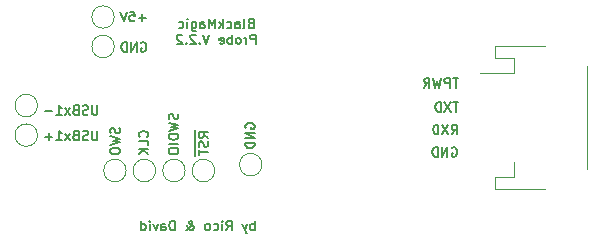
<source format=gbr>
%TF.GenerationSoftware,KiCad,Pcbnew,(5.1.6-rc1)*%
%TF.CreationDate,2020-08-04T22:03:53+02:00*%
%TF.ProjectId,bmp22,626d7032-322e-46b6-9963-61645f706362,rev?*%
%TF.SameCoordinates,Original*%
%TF.FileFunction,Legend,Bot*%
%TF.FilePolarity,Positive*%
%FSLAX46Y46*%
G04 Gerber Fmt 4.6, Leading zero omitted, Abs format (unit mm)*
G04 Created by KiCad (PCBNEW (5.1.6-rc1)) date 2020-08-04 22:03:53*
%MOMM*%
%LPD*%
G01*
G04 APERTURE LIST*
%ADD10C,0.150000*%
%ADD11C,0.120000*%
G04 APERTURE END LIST*
D10*
X141325000Y-139553904D02*
X141325000Y-138753904D01*
X141325000Y-139058666D02*
X141248809Y-139020571D01*
X141096428Y-139020571D01*
X141020238Y-139058666D01*
X140982142Y-139096761D01*
X140944047Y-139172952D01*
X140944047Y-139401523D01*
X140982142Y-139477714D01*
X141020238Y-139515809D01*
X141096428Y-139553904D01*
X141248809Y-139553904D01*
X141325000Y-139515809D01*
X140677380Y-139020571D02*
X140486904Y-139553904D01*
X140296428Y-139020571D02*
X140486904Y-139553904D01*
X140563095Y-139744380D01*
X140601190Y-139782476D01*
X140677380Y-139820571D01*
X138925000Y-139553904D02*
X139191666Y-139172952D01*
X139382142Y-139553904D02*
X139382142Y-138753904D01*
X139077380Y-138753904D01*
X139001190Y-138792000D01*
X138963095Y-138830095D01*
X138925000Y-138906285D01*
X138925000Y-139020571D01*
X138963095Y-139096761D01*
X139001190Y-139134857D01*
X139077380Y-139172952D01*
X139382142Y-139172952D01*
X138582142Y-139553904D02*
X138582142Y-139020571D01*
X138582142Y-138753904D02*
X138620238Y-138792000D01*
X138582142Y-138830095D01*
X138544047Y-138792000D01*
X138582142Y-138753904D01*
X138582142Y-138830095D01*
X137858333Y-139515809D02*
X137934523Y-139553904D01*
X138086904Y-139553904D01*
X138163095Y-139515809D01*
X138201190Y-139477714D01*
X138239285Y-139401523D01*
X138239285Y-139172952D01*
X138201190Y-139096761D01*
X138163095Y-139058666D01*
X138086904Y-139020571D01*
X137934523Y-139020571D01*
X137858333Y-139058666D01*
X137401190Y-139553904D02*
X137477380Y-139515809D01*
X137515476Y-139477714D01*
X137553571Y-139401523D01*
X137553571Y-139172952D01*
X137515476Y-139096761D01*
X137477380Y-139058666D01*
X137401190Y-139020571D01*
X137286904Y-139020571D01*
X137210714Y-139058666D01*
X137172619Y-139096761D01*
X137134523Y-139172952D01*
X137134523Y-139401523D01*
X137172619Y-139477714D01*
X137210714Y-139515809D01*
X137286904Y-139553904D01*
X137401190Y-139553904D01*
X135534523Y-139553904D02*
X135572619Y-139553904D01*
X135648809Y-139515809D01*
X135763095Y-139401523D01*
X135953571Y-139172952D01*
X136029761Y-139058666D01*
X136067857Y-138944380D01*
X136067857Y-138868190D01*
X136029761Y-138792000D01*
X135953571Y-138753904D01*
X135915476Y-138753904D01*
X135839285Y-138792000D01*
X135801190Y-138868190D01*
X135801190Y-138906285D01*
X135839285Y-138982476D01*
X135877380Y-139020571D01*
X136105952Y-139172952D01*
X136144047Y-139211047D01*
X136182142Y-139287238D01*
X136182142Y-139401523D01*
X136144047Y-139477714D01*
X136105952Y-139515809D01*
X136029761Y-139553904D01*
X135915476Y-139553904D01*
X135839285Y-139515809D01*
X135801190Y-139477714D01*
X135686904Y-139325333D01*
X135648809Y-139211047D01*
X135648809Y-139134857D01*
X134582142Y-139553904D02*
X134582142Y-138753904D01*
X134391666Y-138753904D01*
X134277380Y-138792000D01*
X134201190Y-138868190D01*
X134163095Y-138944380D01*
X134125000Y-139096761D01*
X134125000Y-139211047D01*
X134163095Y-139363428D01*
X134201190Y-139439619D01*
X134277380Y-139515809D01*
X134391666Y-139553904D01*
X134582142Y-139553904D01*
X133439285Y-139553904D02*
X133439285Y-139134857D01*
X133477380Y-139058666D01*
X133553571Y-139020571D01*
X133705952Y-139020571D01*
X133782142Y-139058666D01*
X133439285Y-139515809D02*
X133515476Y-139553904D01*
X133705952Y-139553904D01*
X133782142Y-139515809D01*
X133820238Y-139439619D01*
X133820238Y-139363428D01*
X133782142Y-139287238D01*
X133705952Y-139249142D01*
X133515476Y-139249142D01*
X133439285Y-139211047D01*
X133134523Y-139020571D02*
X132944047Y-139553904D01*
X132753571Y-139020571D01*
X132448809Y-139553904D02*
X132448809Y-139020571D01*
X132448809Y-138753904D02*
X132486904Y-138792000D01*
X132448809Y-138830095D01*
X132410714Y-138792000D01*
X132448809Y-138753904D01*
X132448809Y-138830095D01*
X131725000Y-139553904D02*
X131725000Y-138753904D01*
X131725000Y-139515809D02*
X131801190Y-139553904D01*
X131953571Y-139553904D01*
X132029761Y-139515809D01*
X132067857Y-139477714D01*
X132105952Y-139401523D01*
X132105952Y-139172952D01*
X132067857Y-139096761D01*
X132029761Y-139058666D01*
X131953571Y-139020571D01*
X131801190Y-139020571D01*
X131725000Y-139058666D01*
X141007738Y-122013357D02*
X140893452Y-122051452D01*
X140855357Y-122089547D01*
X140817261Y-122165738D01*
X140817261Y-122280023D01*
X140855357Y-122356214D01*
X140893452Y-122394309D01*
X140969642Y-122432404D01*
X141274404Y-122432404D01*
X141274404Y-121632404D01*
X141007738Y-121632404D01*
X140931547Y-121670500D01*
X140893452Y-121708595D01*
X140855357Y-121784785D01*
X140855357Y-121860976D01*
X140893452Y-121937166D01*
X140931547Y-121975261D01*
X141007738Y-122013357D01*
X141274404Y-122013357D01*
X140360119Y-122432404D02*
X140436309Y-122394309D01*
X140474404Y-122318119D01*
X140474404Y-121632404D01*
X139712500Y-122432404D02*
X139712500Y-122013357D01*
X139750595Y-121937166D01*
X139826785Y-121899071D01*
X139979166Y-121899071D01*
X140055357Y-121937166D01*
X139712500Y-122394309D02*
X139788690Y-122432404D01*
X139979166Y-122432404D01*
X140055357Y-122394309D01*
X140093452Y-122318119D01*
X140093452Y-122241928D01*
X140055357Y-122165738D01*
X139979166Y-122127642D01*
X139788690Y-122127642D01*
X139712500Y-122089547D01*
X138988690Y-122394309D02*
X139064880Y-122432404D01*
X139217261Y-122432404D01*
X139293452Y-122394309D01*
X139331547Y-122356214D01*
X139369642Y-122280023D01*
X139369642Y-122051452D01*
X139331547Y-121975261D01*
X139293452Y-121937166D01*
X139217261Y-121899071D01*
X139064880Y-121899071D01*
X138988690Y-121937166D01*
X138645833Y-122432404D02*
X138645833Y-121632404D01*
X138569642Y-122127642D02*
X138341071Y-122432404D01*
X138341071Y-121899071D02*
X138645833Y-122203833D01*
X137998214Y-122432404D02*
X137998214Y-121632404D01*
X137731547Y-122203833D01*
X137464880Y-121632404D01*
X137464880Y-122432404D01*
X136741071Y-122432404D02*
X136741071Y-122013357D01*
X136779166Y-121937166D01*
X136855357Y-121899071D01*
X137007738Y-121899071D01*
X137083928Y-121937166D01*
X136741071Y-122394309D02*
X136817261Y-122432404D01*
X137007738Y-122432404D01*
X137083928Y-122394309D01*
X137122023Y-122318119D01*
X137122023Y-122241928D01*
X137083928Y-122165738D01*
X137007738Y-122127642D01*
X136817261Y-122127642D01*
X136741071Y-122089547D01*
X136017261Y-121899071D02*
X136017261Y-122546690D01*
X136055357Y-122622880D01*
X136093452Y-122660976D01*
X136169642Y-122699071D01*
X136283928Y-122699071D01*
X136360119Y-122660976D01*
X136017261Y-122394309D02*
X136093452Y-122432404D01*
X136245833Y-122432404D01*
X136322023Y-122394309D01*
X136360119Y-122356214D01*
X136398214Y-122280023D01*
X136398214Y-122051452D01*
X136360119Y-121975261D01*
X136322023Y-121937166D01*
X136245833Y-121899071D01*
X136093452Y-121899071D01*
X136017261Y-121937166D01*
X135636309Y-122432404D02*
X135636309Y-121899071D01*
X135636309Y-121632404D02*
X135674404Y-121670500D01*
X135636309Y-121708595D01*
X135598214Y-121670500D01*
X135636309Y-121632404D01*
X135636309Y-121708595D01*
X134912500Y-122394309D02*
X134988690Y-122432404D01*
X135141071Y-122432404D01*
X135217261Y-122394309D01*
X135255357Y-122356214D01*
X135293452Y-122280023D01*
X135293452Y-122051452D01*
X135255357Y-121975261D01*
X135217261Y-121937166D01*
X135141071Y-121899071D01*
X134988690Y-121899071D01*
X134912500Y-121937166D01*
X141426785Y-123782404D02*
X141426785Y-122982404D01*
X141122023Y-122982404D01*
X141045833Y-123020500D01*
X141007738Y-123058595D01*
X140969642Y-123134785D01*
X140969642Y-123249071D01*
X141007738Y-123325261D01*
X141045833Y-123363357D01*
X141122023Y-123401452D01*
X141426785Y-123401452D01*
X140626785Y-123782404D02*
X140626785Y-123249071D01*
X140626785Y-123401452D02*
X140588690Y-123325261D01*
X140550595Y-123287166D01*
X140474404Y-123249071D01*
X140398214Y-123249071D01*
X140017261Y-123782404D02*
X140093452Y-123744309D01*
X140131547Y-123706214D01*
X140169642Y-123630023D01*
X140169642Y-123401452D01*
X140131547Y-123325261D01*
X140093452Y-123287166D01*
X140017261Y-123249071D01*
X139902976Y-123249071D01*
X139826785Y-123287166D01*
X139788690Y-123325261D01*
X139750595Y-123401452D01*
X139750595Y-123630023D01*
X139788690Y-123706214D01*
X139826785Y-123744309D01*
X139902976Y-123782404D01*
X140017261Y-123782404D01*
X139407738Y-123782404D02*
X139407738Y-122982404D01*
X139407738Y-123287166D02*
X139331547Y-123249071D01*
X139179166Y-123249071D01*
X139102976Y-123287166D01*
X139064880Y-123325261D01*
X139026785Y-123401452D01*
X139026785Y-123630023D01*
X139064880Y-123706214D01*
X139102976Y-123744309D01*
X139179166Y-123782404D01*
X139331547Y-123782404D01*
X139407738Y-123744309D01*
X138379166Y-123744309D02*
X138455357Y-123782404D01*
X138607738Y-123782404D01*
X138683928Y-123744309D01*
X138722023Y-123668119D01*
X138722023Y-123363357D01*
X138683928Y-123287166D01*
X138607738Y-123249071D01*
X138455357Y-123249071D01*
X138379166Y-123287166D01*
X138341071Y-123363357D01*
X138341071Y-123439547D01*
X138722023Y-123515738D01*
X137502976Y-122982404D02*
X137236309Y-123782404D01*
X136969642Y-122982404D01*
X136702976Y-123706214D02*
X136664880Y-123744309D01*
X136702976Y-123782404D01*
X136741071Y-123744309D01*
X136702976Y-123706214D01*
X136702976Y-123782404D01*
X136360119Y-123058595D02*
X136322023Y-123020500D01*
X136245833Y-122982404D01*
X136055357Y-122982404D01*
X135979166Y-123020500D01*
X135941071Y-123058595D01*
X135902976Y-123134785D01*
X135902976Y-123210976D01*
X135941071Y-123325261D01*
X136398214Y-123782404D01*
X135902976Y-123782404D01*
X135560119Y-123706214D02*
X135522023Y-123744309D01*
X135560119Y-123782404D01*
X135598214Y-123744309D01*
X135560119Y-123706214D01*
X135560119Y-123782404D01*
X135217261Y-123058595D02*
X135179166Y-123020500D01*
X135102976Y-122982404D01*
X134912500Y-122982404D01*
X134836309Y-123020500D01*
X134798214Y-123058595D01*
X134760119Y-123134785D01*
X134760119Y-123210976D01*
X134798214Y-123325261D01*
X135255357Y-123782404D01*
X134760119Y-123782404D01*
X158042976Y-132569000D02*
X158119166Y-132530904D01*
X158233452Y-132530904D01*
X158347738Y-132569000D01*
X158423928Y-132645190D01*
X158462023Y-132721380D01*
X158500119Y-132873761D01*
X158500119Y-132988047D01*
X158462023Y-133140428D01*
X158423928Y-133216619D01*
X158347738Y-133292809D01*
X158233452Y-133330904D01*
X158157261Y-133330904D01*
X158042976Y-133292809D01*
X158004880Y-133254714D01*
X158004880Y-132988047D01*
X158157261Y-132988047D01*
X157662023Y-133330904D02*
X157662023Y-132530904D01*
X157204880Y-133330904D01*
X157204880Y-132530904D01*
X156823928Y-133330904D02*
X156823928Y-132530904D01*
X156633452Y-132530904D01*
X156519166Y-132569000D01*
X156442976Y-132645190D01*
X156404880Y-132721380D01*
X156366785Y-132873761D01*
X156366785Y-132988047D01*
X156404880Y-133140428D01*
X156442976Y-133216619D01*
X156519166Y-133292809D01*
X156633452Y-133330904D01*
X156823928Y-133330904D01*
X158576309Y-128720904D02*
X158119166Y-128720904D01*
X158347738Y-129520904D02*
X158347738Y-128720904D01*
X157928690Y-128720904D02*
X157395357Y-129520904D01*
X157395357Y-128720904D02*
X157928690Y-129520904D01*
X157090595Y-129520904D02*
X157090595Y-128720904D01*
X156900119Y-128720904D01*
X156785833Y-128759000D01*
X156709642Y-128835190D01*
X156671547Y-128911380D01*
X156633452Y-129063761D01*
X156633452Y-129178047D01*
X156671547Y-129330428D01*
X156709642Y-129406619D01*
X156785833Y-129482809D01*
X156900119Y-129520904D01*
X157090595Y-129520904D01*
X158004880Y-131425904D02*
X158271547Y-131044952D01*
X158462023Y-131425904D02*
X158462023Y-130625904D01*
X158157261Y-130625904D01*
X158081071Y-130664000D01*
X158042976Y-130702095D01*
X158004880Y-130778285D01*
X158004880Y-130892571D01*
X158042976Y-130968761D01*
X158081071Y-131006857D01*
X158157261Y-131044952D01*
X158462023Y-131044952D01*
X157738214Y-130625904D02*
X157204880Y-131425904D01*
X157204880Y-130625904D02*
X157738214Y-131425904D01*
X156900119Y-131425904D02*
X156900119Y-130625904D01*
X156709642Y-130625904D01*
X156595357Y-130664000D01*
X156519166Y-130740190D01*
X156481071Y-130816380D01*
X156442976Y-130968761D01*
X156442976Y-131083047D01*
X156481071Y-131235428D01*
X156519166Y-131311619D01*
X156595357Y-131387809D01*
X156709642Y-131425904D01*
X156900119Y-131425904D01*
X158576309Y-126688904D02*
X158119166Y-126688904D01*
X158347738Y-127488904D02*
X158347738Y-126688904D01*
X157852500Y-127488904D02*
X157852500Y-126688904D01*
X157547738Y-126688904D01*
X157471547Y-126727000D01*
X157433452Y-126765095D01*
X157395357Y-126841285D01*
X157395357Y-126955571D01*
X157433452Y-127031761D01*
X157471547Y-127069857D01*
X157547738Y-127107952D01*
X157852500Y-127107952D01*
X157128690Y-126688904D02*
X156938214Y-127488904D01*
X156785833Y-126917476D01*
X156633452Y-127488904D01*
X156442976Y-126688904D01*
X155681071Y-127488904D02*
X155947738Y-127107952D01*
X156138214Y-127488904D02*
X156138214Y-126688904D01*
X155833452Y-126688904D01*
X155757261Y-126727000D01*
X155719166Y-126765095D01*
X155681071Y-126841285D01*
X155681071Y-126955571D01*
X155719166Y-127031761D01*
X155757261Y-127069857D01*
X155833452Y-127107952D01*
X156138214Y-127107952D01*
D11*
%TO.C,TP309*%
X141950000Y-134000000D02*
G75*
G03*
X141950000Y-134000000I-950000J0D01*
G01*
%TO.C,TP308*%
X135450000Y-134500000D02*
G75*
G03*
X135450000Y-134500000I-950000J0D01*
G01*
%TO.C,TP307*%
X132950000Y-134500000D02*
G75*
G03*
X132950000Y-134500000I-950000J0D01*
G01*
%TO.C,TP306*%
X130450000Y-134500000D02*
G75*
G03*
X130450000Y-134500000I-950000J0D01*
G01*
%TO.C,TP305*%
X129450000Y-124000000D02*
G75*
G03*
X129450000Y-124000000I-950000J0D01*
G01*
%TO.C,TP304*%
X122950000Y-131500000D02*
G75*
G03*
X122950000Y-131500000I-950000J0D01*
G01*
%TO.C,TP303*%
X122950000Y-129000000D02*
G75*
G03*
X122950000Y-129000000I-950000J0D01*
G01*
%TO.C,TP302*%
X129450000Y-121500000D02*
G75*
G03*
X129450000Y-121500000I-950000J0D01*
G01*
%TO.C,TP301*%
X137950000Y-134500000D02*
G75*
G03*
X137950000Y-134500000I-950000J0D01*
G01*
%TO.C,J202*%
X165940000Y-123940000D02*
X161690000Y-123940000D01*
X161690000Y-123940000D02*
X161690000Y-124960000D01*
X161690000Y-124960000D02*
X163290000Y-124960000D01*
X163290000Y-124960000D02*
X163290000Y-126240000D01*
X163290000Y-126240000D02*
X160400000Y-126240000D01*
X165940000Y-136060000D02*
X161690000Y-136060000D01*
X161690000Y-136060000D02*
X161690000Y-135040000D01*
X161690000Y-135040000D02*
X163290000Y-135040000D01*
X163290000Y-135040000D02*
X163290000Y-133760000D01*
X169510000Y-125660000D02*
X169510000Y-134340000D01*
%TO.C,TP309*%
D10*
X140570000Y-130915928D02*
X140531904Y-130839738D01*
X140531904Y-130725452D01*
X140570000Y-130611166D01*
X140646190Y-130534976D01*
X140722380Y-130496880D01*
X140874761Y-130458785D01*
X140989047Y-130458785D01*
X141141428Y-130496880D01*
X141217619Y-130534976D01*
X141293809Y-130611166D01*
X141331904Y-130725452D01*
X141331904Y-130801642D01*
X141293809Y-130915928D01*
X141255714Y-130954023D01*
X140989047Y-130954023D01*
X140989047Y-130801642D01*
X141331904Y-131296880D02*
X140531904Y-131296880D01*
X141331904Y-131754023D01*
X140531904Y-131754023D01*
X141331904Y-132134976D02*
X140531904Y-132134976D01*
X140531904Y-132325452D01*
X140570000Y-132439738D01*
X140646190Y-132515928D01*
X140722380Y-132554023D01*
X140874761Y-132592119D01*
X140989047Y-132592119D01*
X141141428Y-132554023D01*
X141217619Y-132515928D01*
X141293809Y-132439738D01*
X141331904Y-132325452D01*
X141331904Y-132134976D01*
%TO.C,TP308*%
X134816809Y-129709642D02*
X134854904Y-129823928D01*
X134854904Y-130014404D01*
X134816809Y-130090595D01*
X134778714Y-130128690D01*
X134702523Y-130166785D01*
X134626333Y-130166785D01*
X134550142Y-130128690D01*
X134512047Y-130090595D01*
X134473952Y-130014404D01*
X134435857Y-129862023D01*
X134397761Y-129785833D01*
X134359666Y-129747738D01*
X134283476Y-129709642D01*
X134207285Y-129709642D01*
X134131095Y-129747738D01*
X134093000Y-129785833D01*
X134054904Y-129862023D01*
X134054904Y-130052500D01*
X134093000Y-130166785D01*
X134054904Y-130433452D02*
X134854904Y-130623928D01*
X134283476Y-130776309D01*
X134854904Y-130928690D01*
X134054904Y-131119166D01*
X134854904Y-131423928D02*
X134054904Y-131423928D01*
X134054904Y-131614404D01*
X134093000Y-131728690D01*
X134169190Y-131804880D01*
X134245380Y-131842976D01*
X134397761Y-131881071D01*
X134512047Y-131881071D01*
X134664428Y-131842976D01*
X134740619Y-131804880D01*
X134816809Y-131728690D01*
X134854904Y-131614404D01*
X134854904Y-131423928D01*
X134854904Y-132223928D02*
X134054904Y-132223928D01*
X134054904Y-132757261D02*
X134054904Y-132909642D01*
X134093000Y-132985833D01*
X134169190Y-133062023D01*
X134321571Y-133100119D01*
X134588238Y-133100119D01*
X134740619Y-133062023D01*
X134816809Y-132985833D01*
X134854904Y-132909642D01*
X134854904Y-132757261D01*
X134816809Y-132681071D01*
X134740619Y-132604880D01*
X134588238Y-132566785D01*
X134321571Y-132566785D01*
X134169190Y-132604880D01*
X134093000Y-132681071D01*
X134054904Y-132757261D01*
%TO.C,TP307*%
X132238714Y-131652500D02*
X132276809Y-131614404D01*
X132314904Y-131500119D01*
X132314904Y-131423928D01*
X132276809Y-131309642D01*
X132200619Y-131233452D01*
X132124428Y-131195357D01*
X131972047Y-131157261D01*
X131857761Y-131157261D01*
X131705380Y-131195357D01*
X131629190Y-131233452D01*
X131553000Y-131309642D01*
X131514904Y-131423928D01*
X131514904Y-131500119D01*
X131553000Y-131614404D01*
X131591095Y-131652500D01*
X132314904Y-132376309D02*
X132314904Y-131995357D01*
X131514904Y-131995357D01*
X132314904Y-132642976D02*
X131514904Y-132642976D01*
X132314904Y-133100119D02*
X131857761Y-132757261D01*
X131514904Y-133100119D02*
X131972047Y-132642976D01*
%TO.C,TP306*%
X129863809Y-130890595D02*
X129901904Y-131004880D01*
X129901904Y-131195357D01*
X129863809Y-131271547D01*
X129825714Y-131309642D01*
X129749523Y-131347738D01*
X129673333Y-131347738D01*
X129597142Y-131309642D01*
X129559047Y-131271547D01*
X129520952Y-131195357D01*
X129482857Y-131042976D01*
X129444761Y-130966785D01*
X129406666Y-130928690D01*
X129330476Y-130890595D01*
X129254285Y-130890595D01*
X129178095Y-130928690D01*
X129140000Y-130966785D01*
X129101904Y-131042976D01*
X129101904Y-131233452D01*
X129140000Y-131347738D01*
X129101904Y-131614404D02*
X129901904Y-131804880D01*
X129330476Y-131957261D01*
X129901904Y-132109642D01*
X129101904Y-132300119D01*
X129101904Y-132757261D02*
X129101904Y-132909642D01*
X129140000Y-132985833D01*
X129216190Y-133062023D01*
X129368571Y-133100119D01*
X129635238Y-133100119D01*
X129787619Y-133062023D01*
X129863809Y-132985833D01*
X129901904Y-132909642D01*
X129901904Y-132757261D01*
X129863809Y-132681071D01*
X129787619Y-132604880D01*
X129635238Y-132566785D01*
X129368571Y-132566785D01*
X129216190Y-132604880D01*
X129140000Y-132681071D01*
X129101904Y-132757261D01*
%TO.C,TP305*%
X131720071Y-123679000D02*
X131796261Y-123640904D01*
X131910547Y-123640904D01*
X132024833Y-123679000D01*
X132101023Y-123755190D01*
X132139119Y-123831380D01*
X132177214Y-123983761D01*
X132177214Y-124098047D01*
X132139119Y-124250428D01*
X132101023Y-124326619D01*
X132024833Y-124402809D01*
X131910547Y-124440904D01*
X131834357Y-124440904D01*
X131720071Y-124402809D01*
X131681976Y-124364714D01*
X131681976Y-124098047D01*
X131834357Y-124098047D01*
X131339119Y-124440904D02*
X131339119Y-123640904D01*
X130881976Y-124440904D01*
X130881976Y-123640904D01*
X130501023Y-124440904D02*
X130501023Y-123640904D01*
X130310547Y-123640904D01*
X130196261Y-123679000D01*
X130120071Y-123755190D01*
X130081976Y-123831380D01*
X130043880Y-123983761D01*
X130043880Y-124098047D01*
X130081976Y-124250428D01*
X130120071Y-124326619D01*
X130196261Y-124402809D01*
X130310547Y-124440904D01*
X130501023Y-124440904D01*
%TO.C,TP304*%
X128024023Y-131133904D02*
X128024023Y-131781523D01*
X127985928Y-131857714D01*
X127947833Y-131895809D01*
X127871642Y-131933904D01*
X127719261Y-131933904D01*
X127643071Y-131895809D01*
X127604976Y-131857714D01*
X127566880Y-131781523D01*
X127566880Y-131133904D01*
X127224023Y-131895809D02*
X127109738Y-131933904D01*
X126919261Y-131933904D01*
X126843071Y-131895809D01*
X126804976Y-131857714D01*
X126766880Y-131781523D01*
X126766880Y-131705333D01*
X126804976Y-131629142D01*
X126843071Y-131591047D01*
X126919261Y-131552952D01*
X127071642Y-131514857D01*
X127147833Y-131476761D01*
X127185928Y-131438666D01*
X127224023Y-131362476D01*
X127224023Y-131286285D01*
X127185928Y-131210095D01*
X127147833Y-131172000D01*
X127071642Y-131133904D01*
X126881166Y-131133904D01*
X126766880Y-131172000D01*
X126157357Y-131514857D02*
X126043071Y-131552952D01*
X126004976Y-131591047D01*
X125966880Y-131667238D01*
X125966880Y-131781523D01*
X126004976Y-131857714D01*
X126043071Y-131895809D01*
X126119261Y-131933904D01*
X126424023Y-131933904D01*
X126424023Y-131133904D01*
X126157357Y-131133904D01*
X126081166Y-131172000D01*
X126043071Y-131210095D01*
X126004976Y-131286285D01*
X126004976Y-131362476D01*
X126043071Y-131438666D01*
X126081166Y-131476761D01*
X126157357Y-131514857D01*
X126424023Y-131514857D01*
X125700214Y-131933904D02*
X125281166Y-131400571D01*
X125700214Y-131400571D02*
X125281166Y-131933904D01*
X124557357Y-131933904D02*
X125014500Y-131933904D01*
X124785928Y-131933904D02*
X124785928Y-131133904D01*
X124862119Y-131248190D01*
X124938309Y-131324380D01*
X125014500Y-131362476D01*
X124214500Y-131629142D02*
X123604976Y-131629142D01*
X123909738Y-131933904D02*
X123909738Y-131324380D01*
%TO.C,TP303*%
X128024023Y-128974904D02*
X128024023Y-129622523D01*
X127985928Y-129698714D01*
X127947833Y-129736809D01*
X127871642Y-129774904D01*
X127719261Y-129774904D01*
X127643071Y-129736809D01*
X127604976Y-129698714D01*
X127566880Y-129622523D01*
X127566880Y-128974904D01*
X127224023Y-129736809D02*
X127109738Y-129774904D01*
X126919261Y-129774904D01*
X126843071Y-129736809D01*
X126804976Y-129698714D01*
X126766880Y-129622523D01*
X126766880Y-129546333D01*
X126804976Y-129470142D01*
X126843071Y-129432047D01*
X126919261Y-129393952D01*
X127071642Y-129355857D01*
X127147833Y-129317761D01*
X127185928Y-129279666D01*
X127224023Y-129203476D01*
X127224023Y-129127285D01*
X127185928Y-129051095D01*
X127147833Y-129013000D01*
X127071642Y-128974904D01*
X126881166Y-128974904D01*
X126766880Y-129013000D01*
X126157357Y-129355857D02*
X126043071Y-129393952D01*
X126004976Y-129432047D01*
X125966880Y-129508238D01*
X125966880Y-129622523D01*
X126004976Y-129698714D01*
X126043071Y-129736809D01*
X126119261Y-129774904D01*
X126424023Y-129774904D01*
X126424023Y-128974904D01*
X126157357Y-128974904D01*
X126081166Y-129013000D01*
X126043071Y-129051095D01*
X126004976Y-129127285D01*
X126004976Y-129203476D01*
X126043071Y-129279666D01*
X126081166Y-129317761D01*
X126157357Y-129355857D01*
X126424023Y-129355857D01*
X125700214Y-129774904D02*
X125281166Y-129241571D01*
X125700214Y-129241571D02*
X125281166Y-129774904D01*
X124557357Y-129774904D02*
X125014500Y-129774904D01*
X124785928Y-129774904D02*
X124785928Y-128974904D01*
X124862119Y-129089190D01*
X124938309Y-129165380D01*
X125014500Y-129203476D01*
X124214500Y-129470142D02*
X123604976Y-129470142D01*
%TO.C,TP302*%
X132139119Y-121557142D02*
X131529595Y-121557142D01*
X131834357Y-121861904D02*
X131834357Y-121252380D01*
X130767690Y-121061904D02*
X131148642Y-121061904D01*
X131186738Y-121442857D01*
X131148642Y-121404761D01*
X131072452Y-121366666D01*
X130881976Y-121366666D01*
X130805785Y-121404761D01*
X130767690Y-121442857D01*
X130729595Y-121519047D01*
X130729595Y-121709523D01*
X130767690Y-121785714D01*
X130805785Y-121823809D01*
X130881976Y-121861904D01*
X131072452Y-121861904D01*
X131148642Y-121823809D01*
X131186738Y-121785714D01*
X130501023Y-121061904D02*
X130234357Y-121861904D01*
X129967690Y-121061904D01*
%TO.C,TP301*%
X136262000Y-131081071D02*
X136262000Y-131881071D01*
X137394904Y-131728690D02*
X137013952Y-131462023D01*
X137394904Y-131271547D02*
X136594904Y-131271547D01*
X136594904Y-131576309D01*
X136633000Y-131652500D01*
X136671095Y-131690595D01*
X136747285Y-131728690D01*
X136861571Y-131728690D01*
X136937761Y-131690595D01*
X136975857Y-131652500D01*
X137013952Y-131576309D01*
X137013952Y-131271547D01*
X136262000Y-131881071D02*
X136262000Y-132642976D01*
X137356809Y-132033452D02*
X137394904Y-132147738D01*
X137394904Y-132338214D01*
X137356809Y-132414404D01*
X137318714Y-132452500D01*
X137242523Y-132490595D01*
X137166333Y-132490595D01*
X137090142Y-132452500D01*
X137052047Y-132414404D01*
X137013952Y-132338214D01*
X136975857Y-132185833D01*
X136937761Y-132109642D01*
X136899666Y-132071547D01*
X136823476Y-132033452D01*
X136747285Y-132033452D01*
X136671095Y-132071547D01*
X136633000Y-132109642D01*
X136594904Y-132185833D01*
X136594904Y-132376309D01*
X136633000Y-132490595D01*
X136262000Y-132642976D02*
X136262000Y-133252500D01*
X136594904Y-132719166D02*
X136594904Y-133176309D01*
X137394904Y-132947738D02*
X136594904Y-132947738D01*
%TD*%
M02*

</source>
